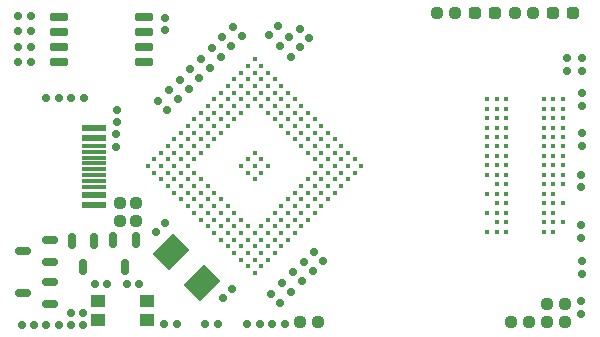
<source format=gbr>
%TF.GenerationSoftware,KiCad,Pcbnew,7.0.2-0*%
%TF.CreationDate,2023-05-15T13:16:41+08:00*%
%TF.ProjectId,slimarm_carambola,736c696d-6172-46d5-9f63-6172616d626f,rev?*%
%TF.SameCoordinates,Original*%
%TF.FileFunction,Paste,Top*%
%TF.FilePolarity,Positive*%
%FSLAX46Y46*%
G04 Gerber Fmt 4.6, Leading zero omitted, Abs format (unit mm)*
G04 Created by KiCad (PCBNEW 7.0.2-0) date 2023-05-15 13:16:41*
%MOMM*%
%LPD*%
G01*
G04 APERTURE LIST*
G04 Aperture macros list*
%AMRoundRect*
0 Rectangle with rounded corners*
0 $1 Rounding radius*
0 $2 $3 $4 $5 $6 $7 $8 $9 X,Y pos of 4 corners*
0 Add a 4 corners polygon primitive as box body*
4,1,4,$2,$3,$4,$5,$6,$7,$8,$9,$2,$3,0*
0 Add four circle primitives for the rounded corners*
1,1,$1+$1,$2,$3*
1,1,$1+$1,$4,$5*
1,1,$1+$1,$6,$7*
1,1,$1+$1,$8,$9*
0 Add four rect primitives between the rounded corners*
20,1,$1+$1,$2,$3,$4,$5,0*
20,1,$1+$1,$4,$5,$6,$7,0*
20,1,$1+$1,$6,$7,$8,$9,0*
20,1,$1+$1,$8,$9,$2,$3,0*%
%AMRotRect*
0 Rectangle, with rotation*
0 The origin of the aperture is its center*
0 $1 length*
0 $2 width*
0 $3 Rotation angle, in degrees counterclockwise*
0 Add horizontal line*
21,1,$1,$2,0,0,$3*%
G04 Aperture macros list end*
%ADD10RoundRect,0.150000X0.000000X-0.212132X0.212132X0.000000X0.000000X0.212132X-0.212132X0.000000X0*%
%ADD11RoundRect,0.150000X0.150000X0.150000X-0.150000X0.150000X-0.150000X-0.150000X0.150000X-0.150000X0*%
%ADD12RoundRect,0.150000X-0.212132X0.000000X0.000000X-0.212132X0.212132X0.000000X0.000000X0.212132X0*%
%ADD13RoundRect,0.150000X-0.150000X0.150000X-0.150000X-0.150000X0.150000X-0.150000X0.150000X0.150000X0*%
%ADD14RoundRect,0.150000X0.212132X0.000000X0.000000X0.212132X-0.212132X0.000000X0.000000X-0.212132X0*%
%ADD15RoundRect,0.237500X0.237500X0.237500X-0.237500X0.237500X-0.237500X-0.237500X0.237500X-0.237500X0*%
%ADD16RotRect,2.000000X2.400000X135.000000*%
%ADD17R,1.200000X1.000000*%
%ADD18RoundRect,0.237500X0.237500X-0.237500X0.237500X0.237500X-0.237500X0.237500X-0.237500X-0.237500X0*%
%ADD19RoundRect,0.150000X0.150000X-0.150000X0.150000X0.150000X-0.150000X0.150000X-0.150000X-0.150000X0*%
%ADD20RoundRect,0.237500X-0.237500X-0.237500X0.237500X-0.237500X0.237500X0.237500X-0.237500X0.237500X0*%
%ADD21RoundRect,0.150000X-0.150000X-0.150000X0.150000X-0.150000X0.150000X0.150000X-0.150000X0.150000X0*%
%ADD22R,2.000000X0.600000*%
%ADD23R,2.000000X0.300000*%
%ADD24RoundRect,0.150000X0.512500X0.150000X-0.512500X0.150000X-0.512500X-0.150000X0.512500X-0.150000X0*%
%ADD25RoundRect,0.237500X0.287500X0.237500X-0.287500X0.237500X-0.287500X-0.237500X0.287500X-0.237500X0*%
%ADD26RoundRect,0.150000X0.000000X0.212132X-0.212132X0.000000X0.000000X-0.212132X0.212132X0.000000X0*%
%ADD27RoundRect,0.150000X-0.650000X-0.150000X0.650000X-0.150000X0.650000X0.150000X-0.650000X0.150000X0*%
%ADD28C,0.410000*%
%ADD29RoundRect,0.150000X-0.150000X0.512500X-0.150000X-0.512500X0.150000X-0.512500X0.150000X0.512500X0*%
G04 APERTURE END LIST*
D10*
%TO.C,C31*%
X33878162Y-38481838D03*
X34641838Y-37718162D03*
%TD*%
D11*
%TO.C,R10*%
X33490000Y-40660000D03*
X32410000Y-40660000D03*
%TD*%
D12*
%TO.C,C5*%
X32978162Y-17298162D03*
X33741838Y-18061838D03*
%TD*%
D13*
%TO.C,C23*%
X63030000Y-18120000D03*
X63030000Y-19200000D03*
%TD*%
%TO.C,C28*%
X24900000Y-24600000D03*
X24900000Y-25680000D03*
%TD*%
D11*
%TO.C,C41*%
X37040000Y-40680000D03*
X35960000Y-40680000D03*
%TD*%
D12*
%TO.C,C6*%
X34778162Y-15498162D03*
X35541838Y-16261838D03*
%TD*%
D14*
%TO.C,C12*%
X39711838Y-37921838D03*
X38948162Y-37158162D03*
%TD*%
D12*
%TO.C,C4*%
X32078162Y-18218162D03*
X32841838Y-18981838D03*
%TD*%
D15*
%TO.C,R21*%
X53572000Y-14350000D03*
X52048000Y-14350000D03*
%TD*%
D16*
%TO.C,Y1*%
X32138148Y-37218148D03*
X29521852Y-34601852D03*
%TD*%
D15*
%TO.C,R20*%
X60179500Y-14370000D03*
X58655500Y-14370000D03*
%TD*%
%TO.C,R3*%
X41952000Y-40460000D03*
X40428000Y-40460000D03*
%TD*%
D14*
%TO.C,C13*%
X41521838Y-36161838D03*
X40758162Y-35398162D03*
%TD*%
D15*
%TO.C,R15*%
X59812000Y-40500000D03*
X58288000Y-40500000D03*
%TD*%
D17*
%TO.C,SW1*%
X27470000Y-40350000D03*
X23370000Y-40350000D03*
X27470000Y-38750000D03*
X23370000Y-38750000D03*
%TD*%
D12*
%TO.C,C2*%
X29325000Y-20885000D03*
X30088676Y-21648676D03*
%TD*%
D14*
%TO.C,C15*%
X40611838Y-37031838D03*
X39848162Y-36268162D03*
%TD*%
D11*
%TO.C,R23*%
X17660000Y-18490000D03*
X16580000Y-18490000D03*
%TD*%
%TO.C,R24*%
X17630000Y-17170000D03*
X16550000Y-17170000D03*
%TD*%
%TO.C,R2*%
X20050000Y-21490000D03*
X18970000Y-21490000D03*
%TD*%
D12*
%TO.C,R9*%
X33820000Y-16390000D03*
X34583676Y-17153676D03*
%TD*%
D18*
%TO.C,R7*%
X26590000Y-31902000D03*
X26590000Y-30378000D03*
%TD*%
D12*
%TO.C,C3*%
X30258162Y-19998162D03*
X31021838Y-20761838D03*
%TD*%
D11*
%TO.C,C35*%
X20030000Y-40780000D03*
X18950000Y-40780000D03*
%TD*%
D19*
%TO.C,C22*%
X64270000Y-33360000D03*
X64270000Y-32280000D03*
%TD*%
D20*
%TO.C,R12*%
X61348000Y-38930000D03*
X62872000Y-38930000D03*
%TD*%
D21*
%TO.C,C40*%
X25770000Y-37240000D03*
X26850000Y-37240000D03*
%TD*%
D11*
%TO.C,R13*%
X17630000Y-15870000D03*
X16550000Y-15870000D03*
%TD*%
D22*
%TO.C,J1*%
X23031000Y-24070000D03*
X23031000Y-24870000D03*
D23*
X23031000Y-26070000D03*
X23031000Y-27070000D03*
X23031000Y-27570000D03*
X23031000Y-28570000D03*
D22*
X23031000Y-29770000D03*
X23031000Y-30570000D03*
X23031000Y-30570000D03*
X23031000Y-29770000D03*
D23*
X23031000Y-29070000D03*
X23031000Y-28070000D03*
X23031000Y-26570000D03*
X23031000Y-25570000D03*
D22*
X23031000Y-24870000D03*
X23031000Y-24070000D03*
%TD*%
D13*
%TO.C,C19*%
X64310000Y-21100000D03*
X64310000Y-22180000D03*
%TD*%
D24*
%TO.C,U6*%
X19267500Y-35430000D03*
X19267500Y-33530000D03*
X16992500Y-34480000D03*
%TD*%
D25*
%TO.C,D1*%
X63580000Y-14370000D03*
X61830000Y-14370000D03*
%TD*%
D12*
%TO.C,C1*%
X31138162Y-19098162D03*
X31901838Y-19861838D03*
%TD*%
D19*
%TO.C,C21*%
X64270000Y-29090000D03*
X64270000Y-28010000D03*
%TD*%
%TO.C,C36*%
X24910000Y-23590000D03*
X24910000Y-22510000D03*
%TD*%
D21*
%TO.C,R1*%
X21040000Y-21490000D03*
X22120000Y-21490000D03*
%TD*%
D12*
%TO.C,C9*%
X40478162Y-15718162D03*
X41241838Y-16481838D03*
%TD*%
D24*
%TO.C,U5*%
X19247500Y-38990000D03*
X19247500Y-37090000D03*
X16972500Y-38040000D03*
%TD*%
D15*
%TO.C,R14*%
X62882000Y-40480000D03*
X61358000Y-40480000D03*
%TD*%
D26*
%TO.C,C32*%
X29021838Y-32078162D03*
X28258162Y-32841838D03*
%TD*%
%TO.C,C10*%
X40431838Y-17248162D03*
X39668162Y-18011838D03*
%TD*%
D11*
%TO.C,C37*%
X22090000Y-40760000D03*
X21010000Y-40760000D03*
%TD*%
D13*
%TO.C,C26*%
X64220000Y-38700000D03*
X64220000Y-39780000D03*
%TD*%
D14*
%TO.C,C14*%
X38711838Y-38901838D03*
X37948162Y-38138162D03*
%TD*%
%TO.C,C16*%
X42391838Y-35291838D03*
X41628162Y-34528162D03*
%TD*%
D27*
%TO.C,U3*%
X20040000Y-14655000D03*
X20040000Y-15925000D03*
X20040000Y-17195000D03*
X20040000Y-18465000D03*
X27240000Y-18465000D03*
X27240000Y-17195000D03*
X27240000Y-15925000D03*
X27240000Y-14655000D03*
%TD*%
D18*
%TO.C,R5*%
X25160000Y-31902000D03*
X25160000Y-30378000D03*
%TD*%
D11*
%TO.C,C33*%
X17950000Y-40780000D03*
X16870000Y-40780000D03*
%TD*%
D26*
%TO.C,C7*%
X38601838Y-15458162D03*
X37838162Y-16221838D03*
%TD*%
D19*
%TO.C,C24*%
X64290000Y-36430000D03*
X64290000Y-35350000D03*
%TD*%
D11*
%TO.C,R22*%
X17670000Y-14610000D03*
X16590000Y-14610000D03*
%TD*%
%TO.C,R11*%
X39130000Y-40680000D03*
X38050000Y-40680000D03*
%TD*%
D28*
%TO.C,U2*%
X56299600Y-21629300D03*
X57099700Y-21629300D03*
X57899800Y-21629300D03*
X61100200Y-21629300D03*
X61900300Y-21629300D03*
X62700400Y-21629300D03*
X56299600Y-22429400D03*
X57099700Y-22429400D03*
X57899800Y-22429400D03*
X61100200Y-22429400D03*
X61900300Y-22429400D03*
X62700400Y-22429400D03*
X56299600Y-23229500D03*
X57099700Y-23229500D03*
X57899800Y-23229500D03*
X61100200Y-23229500D03*
X61900300Y-23229500D03*
X62700400Y-23229500D03*
X56299600Y-24029600D03*
X57099700Y-24029600D03*
X57899800Y-24029600D03*
X61100200Y-24029600D03*
X61900300Y-24029600D03*
X62700400Y-24029600D03*
X56299600Y-24829700D03*
X57099700Y-24829700D03*
X57899800Y-24829700D03*
X61100200Y-24829700D03*
X61900300Y-24829700D03*
X62700400Y-24829700D03*
X56299600Y-25629800D03*
X57099700Y-25629800D03*
X57899800Y-25629800D03*
X61100200Y-25629800D03*
X61900300Y-25629800D03*
X62700400Y-25629800D03*
X56299600Y-26429900D03*
X57099700Y-26429900D03*
X57899800Y-26429900D03*
X61100200Y-26429900D03*
X61900300Y-26429900D03*
X62700400Y-26429900D03*
X56299600Y-27230000D03*
X57099700Y-27230000D03*
X57899800Y-27230000D03*
X61100200Y-27230000D03*
X61900300Y-27230000D03*
X62700400Y-27230000D03*
X56299600Y-28030100D03*
X57099700Y-28030100D03*
X57899800Y-28030100D03*
X61100200Y-28030100D03*
X61900300Y-28030100D03*
X62700400Y-28030100D03*
X57099700Y-28830200D03*
X57899800Y-28830200D03*
X61100200Y-28830200D03*
X61900300Y-28830200D03*
X62700400Y-28830200D03*
X56299600Y-29630300D03*
X57099700Y-29630300D03*
X57899800Y-29630300D03*
X61100200Y-29630300D03*
X61900300Y-29630300D03*
X57099700Y-30430400D03*
X57899800Y-30430400D03*
X61100200Y-30430400D03*
X61900300Y-30430400D03*
X62700400Y-30430400D03*
X56299600Y-31230500D03*
X57099700Y-31230500D03*
X57899800Y-31230500D03*
X61100200Y-31230500D03*
X61900300Y-31230500D03*
X57099700Y-32030600D03*
X57899800Y-32030600D03*
X61100200Y-32030600D03*
X61900300Y-32030600D03*
X62700400Y-32030600D03*
X56299600Y-32830700D03*
X57099700Y-32830700D03*
X57899800Y-32830700D03*
X61100200Y-32830700D03*
X61900300Y-32830700D03*
%TD*%
D13*
%TO.C,C20*%
X64310000Y-24480000D03*
X64310000Y-25560000D03*
%TD*%
D25*
%TO.C,D2*%
X56982500Y-14370000D03*
X55232500Y-14370000D03*
%TD*%
D21*
%TO.C,C38*%
X28910000Y-40700000D03*
X29990000Y-40700000D03*
%TD*%
D26*
%TO.C,C11*%
X39543676Y-16336324D03*
X38780000Y-17100000D03*
%TD*%
D13*
%TO.C,C25*%
X64340000Y-18120000D03*
X64340000Y-19200000D03*
%TD*%
D28*
%TO.C,U1*%
X36590000Y-18239033D03*
X37155685Y-18804719D03*
X37721371Y-19370404D03*
X38287056Y-19936089D03*
X38852742Y-20501775D03*
X39418427Y-21067460D03*
X39984113Y-21633146D03*
X40549798Y-22198831D03*
X41115483Y-22764517D03*
X41681169Y-23330202D03*
X42246854Y-23895887D03*
X42812540Y-24461573D03*
X43378225Y-25027258D03*
X43943911Y-25592944D03*
X44509596Y-26158629D03*
X45075281Y-26724315D03*
X45640967Y-27290000D03*
X36024315Y-18804719D03*
X36590000Y-19370404D03*
X37155685Y-19936089D03*
X37721371Y-20501775D03*
X38287056Y-21067460D03*
X38852742Y-21633146D03*
X39418427Y-22198831D03*
X39984113Y-22764517D03*
X40549798Y-23330202D03*
X41115483Y-23895887D03*
X41681169Y-24461573D03*
X42246854Y-25027258D03*
X42812540Y-25592944D03*
X43378225Y-26158629D03*
X43943911Y-26724315D03*
X44509596Y-27290000D03*
X45075281Y-27855685D03*
X35458629Y-19370404D03*
X36024315Y-19936089D03*
X36590000Y-20501775D03*
X37155685Y-21067460D03*
X37721371Y-21633146D03*
X38287056Y-22198831D03*
X38852742Y-22764517D03*
X39418427Y-23330202D03*
X39984113Y-23895887D03*
X40549798Y-24461573D03*
X41115483Y-25027258D03*
X41681169Y-25592944D03*
X42246854Y-26158629D03*
X42812540Y-26724315D03*
X43378225Y-27290000D03*
X43943911Y-27855685D03*
X44509596Y-28421371D03*
X34892944Y-19936089D03*
X35458629Y-20501775D03*
X36024315Y-21067460D03*
X36590000Y-21633146D03*
X37155685Y-22198831D03*
X37721371Y-22764517D03*
X38287056Y-23330202D03*
X38852742Y-23895887D03*
X39418427Y-24461573D03*
X39984113Y-25027258D03*
X40549798Y-25592944D03*
X41115483Y-26158629D03*
X41681169Y-26724315D03*
X42246854Y-27290000D03*
X42812540Y-27855685D03*
X43378225Y-28421371D03*
X43943911Y-28987056D03*
X34327258Y-20501775D03*
X34892944Y-21067460D03*
X35458629Y-21633146D03*
X36024315Y-22198831D03*
X41681169Y-27855685D03*
X42246854Y-28421371D03*
X42812540Y-28987056D03*
X43378225Y-29552742D03*
X33761573Y-21067460D03*
X34327258Y-21633146D03*
X34892944Y-22198831D03*
X35458629Y-22764517D03*
X41115483Y-28421371D03*
X41681169Y-28987056D03*
X42246854Y-29552742D03*
X42812540Y-30118427D03*
X33195887Y-21633146D03*
X33761573Y-22198831D03*
X34327258Y-22764517D03*
X34892944Y-23330202D03*
X40549798Y-28987056D03*
X41115483Y-29552742D03*
X41681169Y-30118427D03*
X42246854Y-30684113D03*
X32630202Y-22198831D03*
X33195887Y-22764517D03*
X33761573Y-23330202D03*
X34327258Y-23895887D03*
X36590000Y-26158629D03*
X37155685Y-26724315D03*
X37721371Y-27290000D03*
X39984113Y-29552742D03*
X40549798Y-30118427D03*
X41115483Y-30684113D03*
X41681169Y-31249798D03*
X32064517Y-22764517D03*
X32630202Y-23330202D03*
X33195887Y-23895887D03*
X33761573Y-24461573D03*
X36024315Y-26724315D03*
X36590000Y-27290000D03*
X37155685Y-27855685D03*
X39418427Y-30118427D03*
X39984113Y-30684113D03*
X40549798Y-31249798D03*
X41115483Y-31815483D03*
X31498831Y-23330202D03*
X32064517Y-23895887D03*
X32630202Y-24461573D03*
X33195887Y-25027258D03*
X35458629Y-27290000D03*
X36024315Y-27855685D03*
X36590000Y-28421371D03*
X38852742Y-30684113D03*
X39418427Y-31249798D03*
X39984113Y-31815483D03*
X40549798Y-32381169D03*
X30933146Y-23895887D03*
X31498831Y-24461573D03*
X32064517Y-25027258D03*
X32630202Y-25592944D03*
X38287056Y-31249798D03*
X38852742Y-31815483D03*
X39418427Y-32381169D03*
X39984113Y-32946854D03*
X30367460Y-24461573D03*
X30933146Y-25027258D03*
X31498831Y-25592944D03*
X32064517Y-26158629D03*
X37721371Y-31815483D03*
X38287056Y-32381169D03*
X38852742Y-32946854D03*
X39418427Y-33512540D03*
X29801775Y-25027258D03*
X30367460Y-25592944D03*
X30933146Y-26158629D03*
X31498831Y-26724315D03*
X37155685Y-32381169D03*
X37721371Y-32946854D03*
X38287056Y-33512540D03*
X38852742Y-34078225D03*
X29236089Y-25592944D03*
X29801775Y-26158629D03*
X30367460Y-26724315D03*
X30933146Y-27290000D03*
X31498831Y-27855685D03*
X32064517Y-28421371D03*
X32630202Y-28987056D03*
X33195887Y-29552742D03*
X33761573Y-30118427D03*
X34327258Y-30684113D03*
X34892944Y-31249798D03*
X35458629Y-31815483D03*
X36024315Y-32381169D03*
X36590000Y-32946854D03*
X37155685Y-33512540D03*
X37721371Y-34078225D03*
X38287056Y-34643911D03*
X28670404Y-26158629D03*
X29236089Y-26724315D03*
X29801775Y-27290000D03*
X30367460Y-27855685D03*
X30933146Y-28421371D03*
X31498831Y-28987056D03*
X32064517Y-29552742D03*
X32630202Y-30118427D03*
X33195887Y-30684113D03*
X33761573Y-31249798D03*
X34327258Y-31815483D03*
X34892944Y-32381169D03*
X35458629Y-32946854D03*
X36024315Y-33512540D03*
X36590000Y-34078225D03*
X37155685Y-34643911D03*
X37721371Y-35209596D03*
X28104719Y-26724315D03*
X28670404Y-27290000D03*
X29236089Y-27855685D03*
X29801775Y-28421371D03*
X30367460Y-28987056D03*
X30933146Y-29552742D03*
X31498831Y-30118427D03*
X32064517Y-30684113D03*
X32630202Y-31249798D03*
X33195887Y-31815483D03*
X33761573Y-32381169D03*
X34327258Y-32946854D03*
X34892944Y-33512540D03*
X35458629Y-34078225D03*
X36024315Y-34643911D03*
X36590000Y-35209596D03*
X37155685Y-35775281D03*
X27539033Y-27290000D03*
X28104719Y-27855685D03*
X28670404Y-28421371D03*
X29236089Y-28987056D03*
X29801775Y-29552742D03*
X30367460Y-30118427D03*
X30933146Y-30684113D03*
X31498831Y-31249798D03*
X32064517Y-31815483D03*
X32630202Y-32381169D03*
X33195887Y-32946854D03*
X33761573Y-33512540D03*
X34327258Y-34078225D03*
X34892944Y-34643911D03*
X35458629Y-35209596D03*
X36024315Y-35775281D03*
X36590000Y-36340967D03*
%TD*%
D29*
%TO.C,U7*%
X23010000Y-33595000D03*
X21110000Y-33595000D03*
X22060000Y-35870000D03*
%TD*%
D12*
%TO.C,C8*%
X28435000Y-21775000D03*
X29198676Y-22538676D03*
%TD*%
D29*
%TO.C,U8*%
X26540000Y-33565000D03*
X24640000Y-33565000D03*
X25590000Y-35840000D03*
%TD*%
D19*
%TO.C,C27*%
X29040000Y-15800000D03*
X29040000Y-14720000D03*
%TD*%
D11*
%TO.C,C34*%
X24140000Y-37290000D03*
X23060000Y-37290000D03*
%TD*%
%TO.C,C39*%
X22100000Y-39740000D03*
X21020000Y-39740000D03*
%TD*%
M02*

</source>
